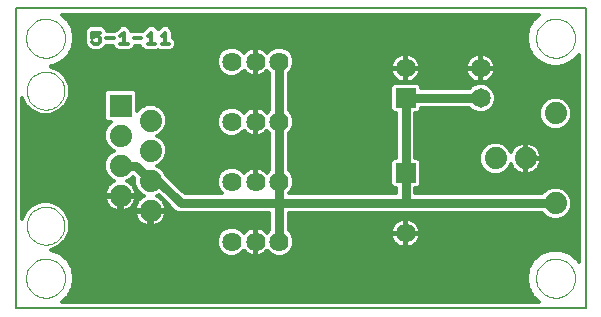
<source format=gtl>
G75*
G70*
%OFA0B0*%
%FSLAX24Y24*%
%IPPOS*%
%LPD*%
%AMOC8*
5,1,8,0,0,1.08239X$1,22.5*
%
%ADD10C,0.0080*%
%ADD11C,0.0130*%
%ADD12C,0.0740*%
%ADD13R,0.0740X0.0740*%
%ADD14C,0.0000*%
%ADD15C,0.0640*%
%ADD16C,0.0650*%
%ADD17R,0.0650X0.0650*%
%ADD18C,0.0120*%
%ADD19C,0.0300*%
D10*
X003392Y000225D02*
X022392Y000225D01*
X022392Y010225D01*
X003392Y010225D01*
X003392Y000225D01*
D11*
X006019Y009040D02*
X005957Y009102D01*
X006019Y009040D02*
X006142Y009040D01*
X006204Y009102D01*
X006204Y009225D01*
X006142Y009287D01*
X006080Y009287D01*
X005957Y009225D01*
X005957Y009410D01*
X006204Y009410D01*
X006417Y009225D02*
X006664Y009225D01*
X006878Y009287D02*
X007001Y009410D01*
X007001Y009040D01*
X006878Y009040D02*
X007125Y009040D01*
X007338Y009225D02*
X007585Y009225D01*
X007799Y009287D02*
X007922Y009410D01*
X007922Y009040D01*
X007799Y009040D02*
X008045Y009040D01*
X008259Y009040D02*
X008506Y009040D01*
X008382Y009040D02*
X008382Y009410D01*
X008259Y009287D01*
D12*
X007892Y006475D03*
X006892Y005975D03*
X007892Y005475D03*
X006892Y004975D03*
X007892Y004475D03*
X006892Y003975D03*
X007892Y003475D03*
X019392Y005225D03*
X020392Y005225D03*
X021392Y006725D03*
X021392Y003725D03*
D13*
X006892Y006975D03*
D14*
X003762Y007475D02*
X003764Y007525D01*
X003770Y007575D01*
X003780Y007624D01*
X003794Y007672D01*
X003811Y007719D01*
X003832Y007764D01*
X003857Y007808D01*
X003885Y007849D01*
X003917Y007888D01*
X003951Y007925D01*
X003988Y007959D01*
X004028Y007989D01*
X004070Y008016D01*
X004114Y008040D01*
X004160Y008061D01*
X004207Y008077D01*
X004255Y008090D01*
X004305Y008099D01*
X004354Y008104D01*
X004405Y008105D01*
X004455Y008102D01*
X004504Y008095D01*
X004553Y008084D01*
X004601Y008069D01*
X004647Y008051D01*
X004692Y008029D01*
X004735Y008003D01*
X004776Y007974D01*
X004815Y007942D01*
X004851Y007907D01*
X004883Y007869D01*
X004913Y007829D01*
X004940Y007786D01*
X004963Y007742D01*
X004982Y007696D01*
X004998Y007648D01*
X005010Y007599D01*
X005018Y007550D01*
X005022Y007500D01*
X005022Y007450D01*
X005018Y007400D01*
X005010Y007351D01*
X004998Y007302D01*
X004982Y007254D01*
X004963Y007208D01*
X004940Y007164D01*
X004913Y007121D01*
X004883Y007081D01*
X004851Y007043D01*
X004815Y007008D01*
X004776Y006976D01*
X004735Y006947D01*
X004692Y006921D01*
X004647Y006899D01*
X004601Y006881D01*
X004553Y006866D01*
X004504Y006855D01*
X004455Y006848D01*
X004405Y006845D01*
X004354Y006846D01*
X004305Y006851D01*
X004255Y006860D01*
X004207Y006873D01*
X004160Y006889D01*
X004114Y006910D01*
X004070Y006934D01*
X004028Y006961D01*
X003988Y006991D01*
X003951Y007025D01*
X003917Y007062D01*
X003885Y007101D01*
X003857Y007142D01*
X003832Y007186D01*
X003811Y007231D01*
X003794Y007278D01*
X003780Y007326D01*
X003770Y007375D01*
X003764Y007425D01*
X003762Y007475D01*
X003742Y009225D02*
X003744Y009275D01*
X003750Y009325D01*
X003760Y009375D01*
X003773Y009423D01*
X003790Y009471D01*
X003811Y009517D01*
X003835Y009561D01*
X003863Y009603D01*
X003894Y009643D01*
X003928Y009680D01*
X003965Y009715D01*
X004004Y009746D01*
X004045Y009775D01*
X004089Y009800D01*
X004135Y009822D01*
X004182Y009840D01*
X004230Y009854D01*
X004279Y009865D01*
X004329Y009872D01*
X004379Y009875D01*
X004430Y009874D01*
X004480Y009869D01*
X004530Y009860D01*
X004578Y009848D01*
X004626Y009831D01*
X004672Y009811D01*
X004717Y009788D01*
X004760Y009761D01*
X004800Y009731D01*
X004838Y009698D01*
X004873Y009662D01*
X004906Y009623D01*
X004935Y009582D01*
X004961Y009539D01*
X004984Y009494D01*
X005003Y009447D01*
X005018Y009399D01*
X005030Y009350D01*
X005038Y009300D01*
X005042Y009250D01*
X005042Y009200D01*
X005038Y009150D01*
X005030Y009100D01*
X005018Y009051D01*
X005003Y009003D01*
X004984Y008956D01*
X004961Y008911D01*
X004935Y008868D01*
X004906Y008827D01*
X004873Y008788D01*
X004838Y008752D01*
X004800Y008719D01*
X004760Y008689D01*
X004717Y008662D01*
X004672Y008639D01*
X004626Y008619D01*
X004578Y008602D01*
X004530Y008590D01*
X004480Y008581D01*
X004430Y008576D01*
X004379Y008575D01*
X004329Y008578D01*
X004279Y008585D01*
X004230Y008596D01*
X004182Y008610D01*
X004135Y008628D01*
X004089Y008650D01*
X004045Y008675D01*
X004004Y008704D01*
X003965Y008735D01*
X003928Y008770D01*
X003894Y008807D01*
X003863Y008847D01*
X003835Y008889D01*
X003811Y008933D01*
X003790Y008979D01*
X003773Y009027D01*
X003760Y009075D01*
X003750Y009125D01*
X003744Y009175D01*
X003742Y009225D01*
X003762Y002975D02*
X003764Y003025D01*
X003770Y003075D01*
X003780Y003124D01*
X003794Y003172D01*
X003811Y003219D01*
X003832Y003264D01*
X003857Y003308D01*
X003885Y003349D01*
X003917Y003388D01*
X003951Y003425D01*
X003988Y003459D01*
X004028Y003489D01*
X004070Y003516D01*
X004114Y003540D01*
X004160Y003561D01*
X004207Y003577D01*
X004255Y003590D01*
X004305Y003599D01*
X004354Y003604D01*
X004405Y003605D01*
X004455Y003602D01*
X004504Y003595D01*
X004553Y003584D01*
X004601Y003569D01*
X004647Y003551D01*
X004692Y003529D01*
X004735Y003503D01*
X004776Y003474D01*
X004815Y003442D01*
X004851Y003407D01*
X004883Y003369D01*
X004913Y003329D01*
X004940Y003286D01*
X004963Y003242D01*
X004982Y003196D01*
X004998Y003148D01*
X005010Y003099D01*
X005018Y003050D01*
X005022Y003000D01*
X005022Y002950D01*
X005018Y002900D01*
X005010Y002851D01*
X004998Y002802D01*
X004982Y002754D01*
X004963Y002708D01*
X004940Y002664D01*
X004913Y002621D01*
X004883Y002581D01*
X004851Y002543D01*
X004815Y002508D01*
X004776Y002476D01*
X004735Y002447D01*
X004692Y002421D01*
X004647Y002399D01*
X004601Y002381D01*
X004553Y002366D01*
X004504Y002355D01*
X004455Y002348D01*
X004405Y002345D01*
X004354Y002346D01*
X004305Y002351D01*
X004255Y002360D01*
X004207Y002373D01*
X004160Y002389D01*
X004114Y002410D01*
X004070Y002434D01*
X004028Y002461D01*
X003988Y002491D01*
X003951Y002525D01*
X003917Y002562D01*
X003885Y002601D01*
X003857Y002642D01*
X003832Y002686D01*
X003811Y002731D01*
X003794Y002778D01*
X003780Y002826D01*
X003770Y002875D01*
X003764Y002925D01*
X003762Y002975D01*
X003742Y001225D02*
X003744Y001275D01*
X003750Y001325D01*
X003760Y001375D01*
X003773Y001423D01*
X003790Y001471D01*
X003811Y001517D01*
X003835Y001561D01*
X003863Y001603D01*
X003894Y001643D01*
X003928Y001680D01*
X003965Y001715D01*
X004004Y001746D01*
X004045Y001775D01*
X004089Y001800D01*
X004135Y001822D01*
X004182Y001840D01*
X004230Y001854D01*
X004279Y001865D01*
X004329Y001872D01*
X004379Y001875D01*
X004430Y001874D01*
X004480Y001869D01*
X004530Y001860D01*
X004578Y001848D01*
X004626Y001831D01*
X004672Y001811D01*
X004717Y001788D01*
X004760Y001761D01*
X004800Y001731D01*
X004838Y001698D01*
X004873Y001662D01*
X004906Y001623D01*
X004935Y001582D01*
X004961Y001539D01*
X004984Y001494D01*
X005003Y001447D01*
X005018Y001399D01*
X005030Y001350D01*
X005038Y001300D01*
X005042Y001250D01*
X005042Y001200D01*
X005038Y001150D01*
X005030Y001100D01*
X005018Y001051D01*
X005003Y001003D01*
X004984Y000956D01*
X004961Y000911D01*
X004935Y000868D01*
X004906Y000827D01*
X004873Y000788D01*
X004838Y000752D01*
X004800Y000719D01*
X004760Y000689D01*
X004717Y000662D01*
X004672Y000639D01*
X004626Y000619D01*
X004578Y000602D01*
X004530Y000590D01*
X004480Y000581D01*
X004430Y000576D01*
X004379Y000575D01*
X004329Y000578D01*
X004279Y000585D01*
X004230Y000596D01*
X004182Y000610D01*
X004135Y000628D01*
X004089Y000650D01*
X004045Y000675D01*
X004004Y000704D01*
X003965Y000735D01*
X003928Y000770D01*
X003894Y000807D01*
X003863Y000847D01*
X003835Y000889D01*
X003811Y000933D01*
X003790Y000979D01*
X003773Y001027D01*
X003760Y001075D01*
X003750Y001125D01*
X003744Y001175D01*
X003742Y001225D01*
X020742Y001225D02*
X020744Y001275D01*
X020750Y001325D01*
X020760Y001375D01*
X020773Y001423D01*
X020790Y001471D01*
X020811Y001517D01*
X020835Y001561D01*
X020863Y001603D01*
X020894Y001643D01*
X020928Y001680D01*
X020965Y001715D01*
X021004Y001746D01*
X021045Y001775D01*
X021089Y001800D01*
X021135Y001822D01*
X021182Y001840D01*
X021230Y001854D01*
X021279Y001865D01*
X021329Y001872D01*
X021379Y001875D01*
X021430Y001874D01*
X021480Y001869D01*
X021530Y001860D01*
X021578Y001848D01*
X021626Y001831D01*
X021672Y001811D01*
X021717Y001788D01*
X021760Y001761D01*
X021800Y001731D01*
X021838Y001698D01*
X021873Y001662D01*
X021906Y001623D01*
X021935Y001582D01*
X021961Y001539D01*
X021984Y001494D01*
X022003Y001447D01*
X022018Y001399D01*
X022030Y001350D01*
X022038Y001300D01*
X022042Y001250D01*
X022042Y001200D01*
X022038Y001150D01*
X022030Y001100D01*
X022018Y001051D01*
X022003Y001003D01*
X021984Y000956D01*
X021961Y000911D01*
X021935Y000868D01*
X021906Y000827D01*
X021873Y000788D01*
X021838Y000752D01*
X021800Y000719D01*
X021760Y000689D01*
X021717Y000662D01*
X021672Y000639D01*
X021626Y000619D01*
X021578Y000602D01*
X021530Y000590D01*
X021480Y000581D01*
X021430Y000576D01*
X021379Y000575D01*
X021329Y000578D01*
X021279Y000585D01*
X021230Y000596D01*
X021182Y000610D01*
X021135Y000628D01*
X021089Y000650D01*
X021045Y000675D01*
X021004Y000704D01*
X020965Y000735D01*
X020928Y000770D01*
X020894Y000807D01*
X020863Y000847D01*
X020835Y000889D01*
X020811Y000933D01*
X020790Y000979D01*
X020773Y001027D01*
X020760Y001075D01*
X020750Y001125D01*
X020744Y001175D01*
X020742Y001225D01*
X020742Y009225D02*
X020744Y009275D01*
X020750Y009325D01*
X020760Y009375D01*
X020773Y009423D01*
X020790Y009471D01*
X020811Y009517D01*
X020835Y009561D01*
X020863Y009603D01*
X020894Y009643D01*
X020928Y009680D01*
X020965Y009715D01*
X021004Y009746D01*
X021045Y009775D01*
X021089Y009800D01*
X021135Y009822D01*
X021182Y009840D01*
X021230Y009854D01*
X021279Y009865D01*
X021329Y009872D01*
X021379Y009875D01*
X021430Y009874D01*
X021480Y009869D01*
X021530Y009860D01*
X021578Y009848D01*
X021626Y009831D01*
X021672Y009811D01*
X021717Y009788D01*
X021760Y009761D01*
X021800Y009731D01*
X021838Y009698D01*
X021873Y009662D01*
X021906Y009623D01*
X021935Y009582D01*
X021961Y009539D01*
X021984Y009494D01*
X022003Y009447D01*
X022018Y009399D01*
X022030Y009350D01*
X022038Y009300D01*
X022042Y009250D01*
X022042Y009200D01*
X022038Y009150D01*
X022030Y009100D01*
X022018Y009051D01*
X022003Y009003D01*
X021984Y008956D01*
X021961Y008911D01*
X021935Y008868D01*
X021906Y008827D01*
X021873Y008788D01*
X021838Y008752D01*
X021800Y008719D01*
X021760Y008689D01*
X021717Y008662D01*
X021672Y008639D01*
X021626Y008619D01*
X021578Y008602D01*
X021530Y008590D01*
X021480Y008581D01*
X021430Y008576D01*
X021379Y008575D01*
X021329Y008578D01*
X021279Y008585D01*
X021230Y008596D01*
X021182Y008610D01*
X021135Y008628D01*
X021089Y008650D01*
X021045Y008675D01*
X021004Y008704D01*
X020965Y008735D01*
X020928Y008770D01*
X020894Y008807D01*
X020863Y008847D01*
X020835Y008889D01*
X020811Y008933D01*
X020790Y008979D01*
X020773Y009027D01*
X020760Y009075D01*
X020750Y009125D01*
X020744Y009175D01*
X020742Y009225D01*
D15*
X012179Y008442D03*
X011392Y008442D03*
X010605Y008442D03*
X010605Y006442D03*
X011392Y006442D03*
X012179Y006442D03*
X012179Y004442D03*
X011392Y004442D03*
X010605Y004442D03*
X010605Y002442D03*
X011392Y002442D03*
X012179Y002442D03*
D16*
X016392Y002725D03*
X018892Y007225D03*
X018892Y008225D03*
X016392Y008225D03*
D17*
X016392Y007225D03*
X016392Y004725D03*
D18*
X016897Y004728D02*
X019155Y004728D01*
X019080Y004759D02*
X019283Y004675D01*
X019501Y004675D01*
X019704Y004759D01*
X019858Y004913D01*
X019902Y005019D01*
X019939Y004947D01*
X019988Y004880D01*
X020047Y004821D01*
X020114Y004772D01*
X020189Y004734D01*
X020268Y004708D01*
X020350Y004695D01*
X020372Y004695D01*
X020372Y005205D01*
X020412Y005205D01*
X020412Y005245D01*
X020922Y005245D01*
X020922Y005267D01*
X020909Y005349D01*
X020883Y005428D01*
X020845Y005503D01*
X020796Y005570D01*
X020737Y005629D01*
X020670Y005678D01*
X020595Y005716D01*
X020516Y005742D01*
X020434Y005755D01*
X020412Y005755D01*
X020412Y005245D01*
X020372Y005245D01*
X020372Y005755D01*
X020350Y005755D01*
X020268Y005742D01*
X020189Y005716D01*
X020114Y005678D01*
X020047Y005629D01*
X019988Y005570D01*
X019939Y005503D01*
X019902Y005431D01*
X019858Y005537D01*
X019704Y005691D01*
X019501Y005775D01*
X019283Y005775D01*
X019080Y005691D01*
X018926Y005537D01*
X018842Y005334D01*
X018842Y005116D01*
X018926Y004913D01*
X019080Y004759D01*
X018993Y004847D02*
X016897Y004847D01*
X016897Y004965D02*
X018904Y004965D01*
X018855Y005084D02*
X016897Y005084D01*
X016897Y005125D02*
X016792Y005230D01*
X016722Y005230D01*
X016722Y006720D01*
X016792Y006720D01*
X016897Y006825D01*
X016897Y006895D01*
X018508Y006895D01*
X018606Y006797D01*
X018792Y006720D01*
X018992Y006720D01*
X019178Y006797D01*
X019320Y006939D01*
X019397Y007125D01*
X019397Y007325D01*
X019320Y007511D01*
X019178Y007653D01*
X018992Y007730D01*
X018792Y007730D01*
X018606Y007653D01*
X018508Y007555D01*
X016897Y007555D01*
X016897Y007625D01*
X016792Y007730D01*
X015992Y007730D01*
X015887Y007625D01*
X015887Y006825D01*
X015992Y006720D01*
X016062Y006720D01*
X016062Y005230D01*
X015992Y005230D01*
X015887Y005125D01*
X015887Y004325D01*
X015992Y004220D01*
X016062Y004220D01*
X016062Y004055D01*
X012509Y004055D01*
X012509Y004064D01*
X012603Y004158D01*
X012679Y004342D01*
X012679Y004541D01*
X012603Y004725D01*
X012509Y004819D01*
X012509Y006064D01*
X012603Y006158D01*
X012679Y006342D01*
X012679Y006541D01*
X012603Y006725D01*
X012509Y006819D01*
X012509Y008064D01*
X012603Y008158D01*
X012679Y008342D01*
X012679Y008541D01*
X012603Y008725D01*
X012463Y008865D01*
X012279Y008942D01*
X012080Y008942D01*
X011896Y008865D01*
X011769Y008739D01*
X011758Y008754D01*
X011705Y008808D01*
X011644Y008852D01*
X011576Y008886D01*
X011504Y008910D01*
X011430Y008922D01*
X011401Y008922D01*
X011401Y008450D01*
X011383Y008450D01*
X011383Y008922D01*
X011354Y008922D01*
X011280Y008910D01*
X011208Y008886D01*
X011140Y008852D01*
X011079Y008808D01*
X011026Y008754D01*
X011015Y008739D01*
X010888Y008865D01*
X010704Y008942D01*
X010505Y008942D01*
X010321Y008865D01*
X010181Y008725D01*
X010105Y008541D01*
X010105Y008342D01*
X010181Y008158D01*
X010321Y008018D01*
X010505Y007942D01*
X010704Y007942D01*
X010888Y008018D01*
X011015Y008144D01*
X011026Y008129D01*
X011079Y008075D01*
X011140Y008031D01*
X011208Y007997D01*
X011280Y007973D01*
X011354Y007962D01*
X011383Y007962D01*
X011383Y008433D01*
X011401Y008433D01*
X011401Y007962D01*
X011430Y007962D01*
X011504Y007973D01*
X011576Y007997D01*
X011644Y008031D01*
X011705Y008075D01*
X011758Y008129D01*
X011769Y008144D01*
X011849Y008064D01*
X011849Y006819D01*
X011769Y006739D01*
X011758Y006754D01*
X011705Y006808D01*
X011644Y006852D01*
X011576Y006886D01*
X011504Y006910D01*
X011430Y006922D01*
X011401Y006922D01*
X011401Y006450D01*
X011383Y006450D01*
X011383Y006922D01*
X011354Y006922D01*
X011280Y006910D01*
X011208Y006886D01*
X011140Y006852D01*
X011079Y006808D01*
X011026Y006754D01*
X011015Y006739D01*
X010888Y006865D01*
X010704Y006942D01*
X010505Y006942D01*
X010321Y006865D01*
X010181Y006725D01*
X010105Y006541D01*
X010105Y006342D01*
X010181Y006158D01*
X010321Y006018D01*
X010505Y005942D01*
X010704Y005942D01*
X010888Y006018D01*
X011015Y006144D01*
X011026Y006129D01*
X011079Y006075D01*
X011140Y006031D01*
X011208Y005997D01*
X011280Y005973D01*
X011354Y005962D01*
X011383Y005962D01*
X011383Y006433D01*
X011401Y006433D01*
X011401Y005962D01*
X011430Y005962D01*
X011504Y005973D01*
X011576Y005997D01*
X011644Y006031D01*
X011705Y006075D01*
X011758Y006129D01*
X011769Y006144D01*
X011849Y006064D01*
X011849Y004819D01*
X011769Y004739D01*
X011758Y004754D01*
X011705Y004808D01*
X011644Y004852D01*
X011576Y004886D01*
X011504Y004910D01*
X011430Y004922D01*
X011401Y004922D01*
X011401Y004450D01*
X011383Y004450D01*
X011383Y004922D01*
X011354Y004922D01*
X011280Y004910D01*
X011208Y004886D01*
X011140Y004852D01*
X011079Y004808D01*
X011026Y004754D01*
X011015Y004739D01*
X010888Y004865D01*
X010704Y004942D01*
X010505Y004942D01*
X010321Y004865D01*
X010181Y004725D01*
X010105Y004541D01*
X010105Y004342D01*
X010181Y004158D01*
X010284Y004055D01*
X009029Y004055D01*
X008401Y004682D01*
X008358Y004787D01*
X008204Y004941D01*
X008122Y004975D01*
X008204Y005009D01*
X008358Y005163D01*
X008442Y005366D01*
X008442Y005584D01*
X008358Y005787D01*
X008204Y005941D01*
X008122Y005975D01*
X008204Y006009D01*
X008358Y006163D01*
X008442Y006366D01*
X008442Y006584D01*
X008358Y006787D01*
X008204Y006941D01*
X008001Y007025D01*
X007783Y007025D01*
X007580Y006941D01*
X007442Y006803D01*
X007442Y007420D01*
X007337Y007525D01*
X006447Y007525D01*
X006342Y007420D01*
X006342Y006530D01*
X006447Y006425D01*
X006564Y006425D01*
X006426Y006287D01*
X006342Y006084D01*
X006342Y005866D01*
X006426Y005663D01*
X006580Y005509D01*
X006662Y005475D01*
X006580Y005441D01*
X006426Y005287D01*
X006342Y005084D01*
X006342Y004866D01*
X006426Y004663D01*
X006580Y004509D01*
X006686Y004465D01*
X006614Y004428D01*
X006547Y004379D01*
X006488Y004320D01*
X006439Y004253D01*
X006401Y004178D01*
X006375Y004099D01*
X006362Y004017D01*
X003612Y004017D01*
X003612Y003899D02*
X006367Y003899D01*
X006362Y003933D02*
X006375Y003851D01*
X006401Y003772D01*
X006439Y003697D01*
X006488Y003630D01*
X006547Y003571D01*
X006614Y003522D01*
X006689Y003484D01*
X006768Y003458D01*
X006850Y003445D01*
X006854Y003445D01*
X006854Y003937D01*
X006930Y003937D01*
X006930Y004013D01*
X007422Y004013D01*
X007422Y004017D01*
X007572Y004017D01*
X007580Y004009D02*
X007686Y003965D01*
X007614Y003928D01*
X007547Y003879D01*
X007488Y003820D01*
X007439Y003753D01*
X007401Y003678D01*
X007375Y003599D01*
X007362Y003517D01*
X007362Y003513D01*
X007854Y003513D01*
X007854Y003437D01*
X007930Y003437D01*
X007930Y003513D01*
X008422Y003513D01*
X008422Y003517D01*
X008409Y003599D01*
X008383Y003678D01*
X008345Y003753D01*
X008296Y003820D01*
X008237Y003879D01*
X008170Y003928D01*
X008098Y003965D01*
X008160Y003991D01*
X008612Y003538D01*
X008705Y003445D01*
X008826Y003395D01*
X011849Y003395D01*
X011849Y002819D01*
X011769Y002739D01*
X011758Y002754D01*
X011705Y002808D01*
X011644Y002852D01*
X011576Y002886D01*
X011504Y002910D01*
X011430Y002922D01*
X011401Y002922D01*
X011401Y002450D01*
X011383Y002450D01*
X011383Y002922D01*
X011354Y002922D01*
X011280Y002910D01*
X011208Y002886D01*
X011140Y002852D01*
X011079Y002808D01*
X011026Y002754D01*
X011015Y002739D01*
X010888Y002865D01*
X010704Y002942D01*
X010505Y002942D01*
X010321Y002865D01*
X010181Y002725D01*
X010105Y002541D01*
X010105Y002342D01*
X010181Y002158D01*
X010321Y002018D01*
X010505Y001942D01*
X010704Y001942D01*
X010888Y002018D01*
X011015Y002144D01*
X011026Y002129D01*
X011079Y002075D01*
X011140Y002031D01*
X011208Y001997D01*
X011280Y001973D01*
X011354Y001962D01*
X011383Y001962D01*
X011383Y002433D01*
X011401Y002433D01*
X011401Y001962D01*
X011430Y001962D01*
X011504Y001973D01*
X011576Y001997D01*
X011644Y002031D01*
X011705Y002075D01*
X011758Y002129D01*
X011769Y002144D01*
X011896Y002018D01*
X012080Y001942D01*
X012279Y001942D01*
X012463Y002018D01*
X012603Y002158D01*
X012679Y002342D01*
X012679Y002541D01*
X012603Y002725D01*
X012509Y002819D01*
X012509Y003395D01*
X020944Y003395D01*
X021080Y003259D01*
X021283Y003175D01*
X021501Y003175D01*
X021704Y003259D01*
X021858Y003413D01*
X021942Y003616D01*
X021942Y003834D01*
X021858Y004037D01*
X021704Y004191D01*
X021501Y004275D01*
X021283Y004275D01*
X021080Y004191D01*
X020944Y004055D01*
X016722Y004055D01*
X016722Y004220D01*
X016792Y004220D01*
X016897Y004325D01*
X016897Y005125D01*
X016820Y005202D02*
X018842Y005202D01*
X018842Y005321D02*
X016722Y005321D01*
X016722Y005439D02*
X018885Y005439D01*
X018947Y005558D02*
X016722Y005558D01*
X016722Y005676D02*
X019065Y005676D01*
X019719Y005676D02*
X020111Y005676D01*
X019978Y005558D02*
X019837Y005558D01*
X019899Y005439D02*
X019906Y005439D01*
X020372Y005439D02*
X020412Y005439D01*
X020412Y005558D02*
X020372Y005558D01*
X020372Y005676D02*
X020412Y005676D01*
X020673Y005676D02*
X022172Y005676D01*
X022172Y005558D02*
X020806Y005558D01*
X020878Y005439D02*
X022172Y005439D01*
X022172Y005321D02*
X020913Y005321D01*
X020922Y005205D02*
X020412Y005205D01*
X020412Y004695D01*
X020434Y004695D01*
X020516Y004708D01*
X020595Y004734D01*
X020670Y004772D01*
X020737Y004821D01*
X020796Y004880D01*
X020845Y004947D01*
X020883Y005022D01*
X020909Y005101D01*
X020922Y005183D01*
X020922Y005205D01*
X020922Y005202D02*
X022172Y005202D01*
X022172Y005084D02*
X020903Y005084D01*
X020854Y004965D02*
X022172Y004965D01*
X022172Y004847D02*
X020763Y004847D01*
X020578Y004728D02*
X022172Y004728D01*
X022172Y004610D02*
X016897Y004610D01*
X016897Y004491D02*
X022172Y004491D01*
X022172Y004373D02*
X016897Y004373D01*
X016826Y004254D02*
X021232Y004254D01*
X021025Y004136D02*
X016722Y004136D01*
X016062Y004136D02*
X012580Y004136D01*
X012643Y004254D02*
X015958Y004254D01*
X015887Y004373D02*
X012679Y004373D01*
X012679Y004491D02*
X015887Y004491D01*
X015887Y004610D02*
X012651Y004610D01*
X012600Y004728D02*
X015887Y004728D01*
X015887Y004847D02*
X012509Y004847D01*
X012509Y004965D02*
X015887Y004965D01*
X015887Y005084D02*
X012509Y005084D01*
X012509Y005202D02*
X015964Y005202D01*
X016062Y005321D02*
X012509Y005321D01*
X012509Y005439D02*
X016062Y005439D01*
X016062Y005558D02*
X012509Y005558D01*
X012509Y005676D02*
X016062Y005676D01*
X016062Y005795D02*
X012509Y005795D01*
X012509Y005913D02*
X016062Y005913D01*
X016062Y006032D02*
X012509Y006032D01*
X012595Y006150D02*
X016062Y006150D01*
X016062Y006269D02*
X012649Y006269D01*
X012679Y006387D02*
X016062Y006387D01*
X016062Y006506D02*
X012679Y006506D01*
X012645Y006624D02*
X016062Y006624D01*
X015970Y006743D02*
X012585Y006743D01*
X012509Y006861D02*
X015887Y006861D01*
X015887Y006980D02*
X012509Y006980D01*
X012509Y007098D02*
X015887Y007098D01*
X015887Y007217D02*
X012509Y007217D01*
X012509Y007335D02*
X015887Y007335D01*
X015887Y007454D02*
X012509Y007454D01*
X012509Y007572D02*
X015887Y007572D01*
X015953Y007691D02*
X012509Y007691D01*
X012509Y007809D02*
X016140Y007809D01*
X016138Y007810D02*
X016206Y007776D01*
X016278Y007752D01*
X016354Y007740D01*
X016383Y007740D01*
X016383Y008216D01*
X016401Y008216D01*
X016401Y008234D01*
X016877Y008234D01*
X016877Y008263D01*
X016865Y008339D01*
X016841Y008411D01*
X016807Y008479D01*
X016762Y008541D01*
X016708Y008595D01*
X016646Y008640D01*
X016578Y008674D01*
X016506Y008698D01*
X016430Y008710D01*
X016401Y008710D01*
X016401Y008234D01*
X016383Y008234D01*
X016383Y008710D01*
X016354Y008710D01*
X016278Y008698D01*
X016206Y008674D01*
X016138Y008640D01*
X016076Y008595D01*
X016022Y008541D01*
X015977Y008479D01*
X015943Y008411D01*
X015919Y008339D01*
X015907Y008263D01*
X015907Y008234D01*
X016383Y008234D01*
X016383Y008216D01*
X015907Y008216D01*
X015907Y008187D01*
X015919Y008111D01*
X015943Y008039D01*
X015977Y007971D01*
X016022Y007909D01*
X016076Y007855D01*
X016138Y007810D01*
X016009Y007928D02*
X012509Y007928D01*
X012509Y008046D02*
X015940Y008046D01*
X015911Y008165D02*
X012606Y008165D01*
X012655Y008283D02*
X015910Y008283D01*
X015939Y008402D02*
X012679Y008402D01*
X012679Y008520D02*
X016007Y008520D01*
X016136Y008639D02*
X012639Y008639D01*
X012571Y008757D02*
X020565Y008757D01*
X020497Y008876D02*
X012438Y008876D01*
X011921Y008876D02*
X011598Y008876D01*
X011401Y008876D02*
X011383Y008876D01*
X011383Y008757D02*
X011401Y008757D01*
X011401Y008639D02*
X011383Y008639D01*
X011383Y008520D02*
X011401Y008520D01*
X011401Y008402D02*
X011383Y008402D01*
X011383Y008283D02*
X011401Y008283D01*
X011401Y008165D02*
X011383Y008165D01*
X011383Y008046D02*
X011401Y008046D01*
X011664Y008046D02*
X011849Y008046D01*
X011849Y007928D02*
X005081Y007928D01*
X005079Y007934D02*
X004851Y008162D01*
X004569Y008278D01*
X004874Y008390D01*
X004874Y008390D01*
X005131Y008605D01*
X005298Y008895D01*
X005357Y009225D01*
X005357Y009225D01*
X005298Y009555D01*
X005131Y009845D01*
X005131Y009845D01*
X004940Y010005D01*
X020844Y010005D01*
X020653Y009845D01*
X020485Y009555D01*
X020427Y009225D01*
X020485Y008895D01*
X020653Y008605D01*
X020653Y008605D01*
X020910Y008390D01*
X021224Y008275D01*
X021301Y008275D01*
X021559Y008275D01*
X021874Y008390D01*
X021874Y008390D01*
X022131Y008605D01*
X022172Y008676D01*
X022172Y001774D01*
X022131Y001845D01*
X022131Y001845D01*
X021874Y002060D01*
X021559Y002175D01*
X021224Y002175D01*
X020910Y002060D01*
X020653Y001845D01*
X020485Y001555D01*
X020485Y001555D01*
X020427Y001225D01*
X020485Y000895D01*
X020653Y000605D01*
X020653Y000605D01*
X020844Y000445D01*
X004940Y000445D01*
X005131Y000605D01*
X005298Y000895D01*
X005357Y001225D01*
X005298Y001555D01*
X005131Y001845D01*
X005131Y001845D01*
X004874Y002060D01*
X004569Y002172D01*
X004851Y002288D01*
X005079Y002516D01*
X005202Y002814D01*
X005202Y003136D01*
X005079Y003434D01*
X004851Y003662D01*
X004553Y003785D01*
X004231Y003785D01*
X003933Y003662D01*
X003705Y003434D01*
X003612Y003208D01*
X003612Y007242D01*
X003705Y007016D01*
X003933Y006788D01*
X004231Y006665D01*
X004553Y006665D01*
X004851Y006788D01*
X005079Y007016D01*
X005202Y007314D01*
X005202Y007636D01*
X005079Y007934D01*
X005130Y007809D02*
X011849Y007809D01*
X011849Y007691D02*
X005179Y007691D01*
X005202Y007572D02*
X011849Y007572D01*
X011849Y007454D02*
X007408Y007454D01*
X007442Y007335D02*
X011849Y007335D01*
X011849Y007217D02*
X007442Y007217D01*
X007442Y007098D02*
X011849Y007098D01*
X011849Y006980D02*
X008111Y006980D01*
X008284Y006861D02*
X010317Y006861D01*
X010198Y006743D02*
X008376Y006743D01*
X008426Y006624D02*
X010139Y006624D01*
X010105Y006506D02*
X008442Y006506D01*
X008442Y006387D02*
X010105Y006387D01*
X010135Y006269D02*
X008402Y006269D01*
X008345Y006150D02*
X010189Y006150D01*
X010307Y006032D02*
X008226Y006032D01*
X008232Y005913D02*
X011849Y005913D01*
X011849Y005795D02*
X008350Y005795D01*
X008404Y005676D02*
X011849Y005676D01*
X011849Y005558D02*
X008442Y005558D01*
X008442Y005439D02*
X011849Y005439D01*
X011849Y005321D02*
X008423Y005321D01*
X008374Y005202D02*
X011849Y005202D01*
X011849Y005084D02*
X008278Y005084D01*
X008146Y004965D02*
X011849Y004965D01*
X011849Y004847D02*
X011651Y004847D01*
X011401Y004847D02*
X011383Y004847D01*
X011383Y004728D02*
X011401Y004728D01*
X011401Y004610D02*
X011383Y004610D01*
X011383Y004491D02*
X011401Y004491D01*
X011133Y004847D02*
X010907Y004847D01*
X010302Y004847D02*
X008298Y004847D01*
X008382Y004728D02*
X010184Y004728D01*
X010133Y004610D02*
X008474Y004610D01*
X008593Y004491D02*
X010105Y004491D01*
X010105Y004373D02*
X008711Y004373D01*
X008830Y004254D02*
X010141Y004254D01*
X010203Y004136D02*
X008948Y004136D01*
X008370Y003780D02*
X008325Y003780D01*
X008389Y003662D02*
X008489Y003662D01*
X008418Y003543D02*
X008607Y003543D01*
X008755Y003425D02*
X008421Y003425D01*
X008422Y003433D02*
X008422Y003437D01*
X007930Y003437D01*
X007930Y002945D01*
X007934Y002945D01*
X008016Y002958D01*
X008095Y002984D01*
X008170Y003022D01*
X008237Y003071D01*
X008296Y003130D01*
X008345Y003197D01*
X008383Y003272D01*
X008409Y003351D01*
X008422Y003433D01*
X008394Y003306D02*
X011849Y003306D01*
X011849Y003188D02*
X008338Y003188D01*
X008235Y003069D02*
X011849Y003069D01*
X011849Y002951D02*
X007968Y002951D01*
X007930Y002951D02*
X007854Y002951D01*
X007854Y002945D02*
X007854Y003437D01*
X007362Y003437D01*
X007362Y003433D01*
X007375Y003351D01*
X007401Y003272D01*
X007439Y003197D01*
X007488Y003130D01*
X007547Y003071D01*
X007614Y003022D01*
X007689Y002984D01*
X007768Y002958D01*
X007850Y002945D01*
X007854Y002945D01*
X007815Y002951D02*
X005202Y002951D01*
X005202Y003069D02*
X007549Y003069D01*
X007446Y003188D02*
X005181Y003188D01*
X005132Y003306D02*
X007390Y003306D01*
X007363Y003425D02*
X005082Y003425D01*
X004969Y003543D02*
X006585Y003543D01*
X006854Y003543D02*
X006930Y003543D01*
X006930Y003445D02*
X006934Y003445D01*
X007016Y003458D01*
X007095Y003484D01*
X007170Y003522D01*
X007237Y003571D01*
X007296Y003630D01*
X007345Y003697D01*
X007383Y003772D01*
X007409Y003851D01*
X007422Y003933D01*
X007422Y003937D01*
X006930Y003937D01*
X006930Y003445D01*
X007199Y003543D02*
X007366Y003543D01*
X007395Y003662D02*
X007319Y003662D01*
X007386Y003780D02*
X007458Y003780D01*
X007416Y003899D02*
X007573Y003899D01*
X007580Y004009D02*
X007426Y004163D01*
X007342Y004366D01*
X007342Y004558D01*
X007298Y004603D01*
X007204Y004509D01*
X007098Y004465D01*
X007170Y004428D01*
X007237Y004379D01*
X007296Y004320D01*
X007345Y004253D01*
X007383Y004178D01*
X007409Y004099D01*
X007422Y004017D01*
X007397Y004136D02*
X007454Y004136D01*
X007388Y004254D02*
X007344Y004254D01*
X007342Y004373D02*
X007244Y004373D01*
X007161Y004491D02*
X007342Y004491D01*
X006623Y004491D02*
X003612Y004491D01*
X003612Y004373D02*
X006540Y004373D01*
X006440Y004254D02*
X003612Y004254D01*
X003612Y004136D02*
X006387Y004136D01*
X006362Y004017D02*
X006362Y004013D01*
X006854Y004013D01*
X006854Y003937D01*
X006362Y003937D01*
X006362Y003933D01*
X006398Y003780D02*
X004565Y003780D01*
X004851Y003662D02*
X006465Y003662D01*
X006854Y003662D02*
X006930Y003662D01*
X006930Y003780D02*
X006854Y003780D01*
X006854Y003899D02*
X006930Y003899D01*
X007854Y003425D02*
X007930Y003425D01*
X007930Y003306D02*
X007854Y003306D01*
X007854Y003188D02*
X007930Y003188D01*
X007930Y003069D02*
X007854Y003069D01*
X008211Y003899D02*
X008252Y003899D01*
X006480Y004610D02*
X003612Y004610D01*
X003612Y004728D02*
X006399Y004728D01*
X006350Y004847D02*
X003612Y004847D01*
X003612Y004965D02*
X006342Y004965D01*
X006342Y005084D02*
X003612Y005084D01*
X003612Y005202D02*
X006391Y005202D01*
X006460Y005321D02*
X003612Y005321D01*
X003612Y005439D02*
X006578Y005439D01*
X006532Y005558D02*
X003612Y005558D01*
X003612Y005676D02*
X006420Y005676D01*
X006371Y005795D02*
X003612Y005795D01*
X003612Y005913D02*
X006342Y005913D01*
X006342Y006032D02*
X003612Y006032D01*
X003612Y006150D02*
X006369Y006150D01*
X006418Y006269D02*
X003612Y006269D01*
X003612Y006387D02*
X006526Y006387D01*
X006367Y006506D02*
X003612Y006506D01*
X003612Y006624D02*
X006342Y006624D01*
X006342Y006743D02*
X004740Y006743D01*
X004923Y006861D02*
X006342Y006861D01*
X006342Y006980D02*
X005042Y006980D01*
X005112Y007098D02*
X006342Y007098D01*
X006342Y007217D02*
X005162Y007217D01*
X005202Y007335D02*
X006342Y007335D01*
X006376Y007454D02*
X005202Y007454D01*
X004966Y008046D02*
X010293Y008046D01*
X010178Y008165D02*
X004844Y008165D01*
X004582Y008283D02*
X010129Y008283D01*
X010105Y008402D02*
X004889Y008402D01*
X005030Y008520D02*
X010105Y008520D01*
X010145Y008639D02*
X005150Y008639D01*
X005131Y008605D02*
X005131Y008605D01*
X005131Y008605D01*
X005219Y008757D02*
X010213Y008757D01*
X010346Y008876D02*
X008688Y008876D01*
X008714Y008901D02*
X008645Y008832D01*
X008555Y008795D01*
X008210Y008795D01*
X008152Y008819D01*
X008094Y008795D01*
X007750Y008795D01*
X007660Y008832D01*
X007591Y008901D01*
X007558Y008980D01*
X007365Y008980D01*
X007332Y008901D01*
X007263Y008832D01*
X007173Y008795D01*
X006829Y008795D01*
X006739Y008832D01*
X006670Y008901D01*
X006637Y008980D01*
X006419Y008980D01*
X006412Y008963D01*
X006412Y008963D01*
X006411Y008962D01*
X006343Y008894D01*
X006343Y008894D01*
X006281Y008832D01*
X006281Y008832D01*
X006281Y008832D01*
X006267Y008826D01*
X006191Y008795D01*
X005970Y008795D01*
X005880Y008832D01*
X005749Y008963D01*
X005712Y009053D01*
X005712Y009150D01*
X005716Y009160D01*
X005715Y009168D01*
X005712Y009176D01*
X005712Y009216D01*
X005709Y009256D01*
X005712Y009265D01*
X005712Y009459D01*
X005749Y009549D01*
X005818Y009618D01*
X005908Y009655D01*
X006253Y009655D01*
X006343Y009618D01*
X006412Y009549D01*
X006444Y009470D01*
X006713Y009470D01*
X006714Y009470D01*
X006793Y009549D01*
X006862Y009618D01*
X006952Y009655D01*
X007050Y009655D01*
X007140Y009618D01*
X007209Y009549D01*
X007246Y009459D01*
X007246Y009452D01*
X007289Y009470D01*
X007634Y009470D01*
X007635Y009470D01*
X007714Y009549D01*
X007783Y009618D01*
X007873Y009655D01*
X007971Y009655D01*
X008061Y009618D01*
X008130Y009549D01*
X008143Y009517D01*
X008175Y009549D01*
X008244Y009618D01*
X008334Y009655D01*
X008431Y009655D01*
X008521Y009618D01*
X008590Y009549D01*
X008627Y009459D01*
X008627Y009255D01*
X008645Y009248D01*
X008714Y009179D01*
X008751Y009089D01*
X008751Y008991D01*
X008714Y008901D01*
X008751Y008994D02*
X020468Y008994D01*
X020447Y009113D02*
X008741Y009113D01*
X008661Y009231D02*
X020428Y009231D01*
X020449Y009350D02*
X008627Y009350D01*
X008624Y009468D02*
X020470Y009468D01*
X020504Y009587D02*
X008553Y009587D01*
X008212Y009587D02*
X008092Y009587D01*
X007752Y009587D02*
X007171Y009587D01*
X007242Y009468D02*
X007284Y009468D01*
X006831Y009587D02*
X006374Y009587D01*
X005787Y009587D02*
X005280Y009587D01*
X005314Y009468D02*
X005716Y009468D01*
X005712Y009350D02*
X005335Y009350D01*
X005356Y009231D02*
X005711Y009231D01*
X005712Y009113D02*
X005337Y009113D01*
X005316Y008994D02*
X005736Y008994D01*
X005837Y008876D02*
X005287Y008876D01*
X005298Y008895D02*
X005298Y008895D01*
X006324Y008876D02*
X006696Y008876D01*
X007307Y008876D02*
X007617Y008876D01*
X005212Y009705D02*
X020572Y009705D01*
X020641Y009824D02*
X005143Y009824D01*
X005015Y009942D02*
X020769Y009942D01*
X020653Y009845D02*
X020653Y009845D01*
X020653Y009845D01*
X019146Y008640D02*
X019078Y008674D01*
X019006Y008698D01*
X018930Y008710D01*
X018901Y008710D01*
X018901Y008234D01*
X019377Y008234D01*
X019377Y008263D01*
X019365Y008339D01*
X019341Y008411D01*
X019307Y008479D01*
X019262Y008541D01*
X019208Y008595D01*
X019146Y008640D01*
X019148Y008639D02*
X020634Y008639D01*
X020754Y008520D02*
X019277Y008520D01*
X019345Y008402D02*
X020895Y008402D01*
X020910Y008390D02*
X020910Y008390D01*
X021202Y008283D02*
X019374Y008283D01*
X019377Y008216D02*
X018901Y008216D01*
X018901Y008234D01*
X018883Y008234D01*
X018883Y008710D01*
X018854Y008710D01*
X018778Y008698D01*
X018706Y008674D01*
X018638Y008640D01*
X018576Y008595D01*
X018522Y008541D01*
X018477Y008479D01*
X018443Y008411D01*
X018419Y008339D01*
X018407Y008263D01*
X018407Y008234D01*
X018883Y008234D01*
X018883Y008216D01*
X018901Y008216D01*
X018901Y007740D01*
X018930Y007740D01*
X019006Y007752D01*
X019078Y007776D01*
X019146Y007810D01*
X019208Y007855D01*
X019262Y007909D01*
X019307Y007971D01*
X019341Y008039D01*
X019365Y008111D01*
X019377Y008187D01*
X019377Y008216D01*
X019373Y008165D02*
X022172Y008165D01*
X022172Y008283D02*
X021582Y008283D01*
X021889Y008402D02*
X022172Y008402D01*
X022172Y008520D02*
X022030Y008520D01*
X022131Y008605D02*
X022131Y008605D01*
X022131Y008605D01*
X022150Y008639D02*
X022172Y008639D01*
X022172Y008046D02*
X019344Y008046D01*
X019275Y007928D02*
X022172Y007928D01*
X022172Y007809D02*
X019144Y007809D01*
X019088Y007691D02*
X022172Y007691D01*
X022172Y007572D02*
X019259Y007572D01*
X019344Y007454D02*
X022172Y007454D01*
X022172Y007335D02*
X019393Y007335D01*
X019397Y007217D02*
X021141Y007217D01*
X021080Y007191D02*
X021283Y007275D01*
X021501Y007275D01*
X021704Y007191D01*
X021858Y007037D01*
X021942Y006834D01*
X021942Y006616D01*
X021858Y006413D01*
X021704Y006259D01*
X021501Y006175D01*
X021283Y006175D01*
X021080Y006259D01*
X020926Y006413D01*
X020842Y006616D01*
X020842Y006834D01*
X020926Y007037D01*
X021080Y007191D01*
X020987Y007098D02*
X019386Y007098D01*
X019337Y006980D02*
X020902Y006980D01*
X020853Y006861D02*
X019242Y006861D01*
X019047Y006743D02*
X020842Y006743D01*
X020842Y006624D02*
X016722Y006624D01*
X016722Y006506D02*
X020888Y006506D01*
X020952Y006387D02*
X016722Y006387D01*
X016722Y006269D02*
X021071Y006269D01*
X021713Y006269D02*
X022172Y006269D01*
X022172Y006150D02*
X016722Y006150D01*
X016722Y006032D02*
X022172Y006032D01*
X022172Y005913D02*
X016722Y005913D01*
X016722Y005795D02*
X022172Y005795D01*
X022172Y006387D02*
X021832Y006387D01*
X021896Y006506D02*
X022172Y006506D01*
X022172Y006624D02*
X021942Y006624D01*
X021942Y006743D02*
X022172Y006743D01*
X022172Y006861D02*
X021931Y006861D01*
X021882Y006980D02*
X022172Y006980D01*
X022172Y007098D02*
X021797Y007098D01*
X021643Y007217D02*
X022172Y007217D01*
X018901Y007809D02*
X018883Y007809D01*
X018883Y007740D02*
X018883Y008216D01*
X018407Y008216D01*
X018407Y008187D01*
X018419Y008111D01*
X018443Y008039D01*
X018477Y007971D01*
X018522Y007909D01*
X018576Y007855D01*
X018638Y007810D01*
X018706Y007776D01*
X018778Y007752D01*
X018854Y007740D01*
X018883Y007740D01*
X018883Y007928D02*
X018901Y007928D01*
X018901Y008046D02*
X018883Y008046D01*
X018883Y008165D02*
X018901Y008165D01*
X018901Y008283D02*
X018883Y008283D01*
X018883Y008402D02*
X018901Y008402D01*
X018901Y008520D02*
X018883Y008520D01*
X018883Y008639D02*
X018901Y008639D01*
X018636Y008639D02*
X016648Y008639D01*
X016777Y008520D02*
X018507Y008520D01*
X018439Y008402D02*
X016845Y008402D01*
X016874Y008283D02*
X018410Y008283D01*
X018411Y008165D02*
X016873Y008165D01*
X016877Y008187D02*
X016877Y008216D01*
X016401Y008216D01*
X016401Y007740D01*
X016430Y007740D01*
X016506Y007752D01*
X016578Y007776D01*
X016646Y007810D01*
X016708Y007855D01*
X016762Y007909D01*
X016807Y007971D01*
X016841Y008039D01*
X016865Y008111D01*
X016877Y008187D01*
X016844Y008046D02*
X018440Y008046D01*
X018509Y007928D02*
X016775Y007928D01*
X016644Y007809D02*
X018640Y007809D01*
X018696Y007691D02*
X016831Y007691D01*
X016897Y007572D02*
X018525Y007572D01*
X018542Y006861D02*
X016897Y006861D01*
X016814Y006743D02*
X018737Y006743D01*
X016401Y007809D02*
X016383Y007809D01*
X016383Y007928D02*
X016401Y007928D01*
X016401Y008046D02*
X016383Y008046D01*
X016383Y008165D02*
X016401Y008165D01*
X016401Y008283D02*
X016383Y008283D01*
X016383Y008402D02*
X016401Y008402D01*
X016401Y008520D02*
X016383Y008520D01*
X016383Y008639D02*
X016401Y008639D01*
X011849Y006861D02*
X011626Y006861D01*
X011767Y006743D02*
X011773Y006743D01*
X011401Y006743D02*
X011383Y006743D01*
X011383Y006861D02*
X011401Y006861D01*
X011158Y006861D02*
X010892Y006861D01*
X011011Y006743D02*
X011017Y006743D01*
X011383Y006624D02*
X011401Y006624D01*
X011401Y006506D02*
X011383Y006506D01*
X011383Y006387D02*
X011401Y006387D01*
X011401Y006269D02*
X011383Y006269D01*
X011383Y006150D02*
X011401Y006150D01*
X011401Y006032D02*
X011383Y006032D01*
X011140Y006032D02*
X010902Y006032D01*
X011644Y006032D02*
X011849Y006032D01*
X007673Y006980D02*
X007442Y006980D01*
X007442Y006861D02*
X007500Y006861D01*
X004044Y006743D02*
X003612Y006743D01*
X003612Y006861D02*
X003861Y006861D01*
X003742Y006980D02*
X003612Y006980D01*
X003612Y007098D02*
X003671Y007098D01*
X003622Y007217D02*
X003612Y007217D01*
X010863Y008876D02*
X011186Y008876D01*
X011029Y008757D02*
X010996Y008757D01*
X011755Y008757D02*
X011788Y008757D01*
X011120Y008046D02*
X010916Y008046D01*
X019629Y004728D02*
X020206Y004728D01*
X020372Y004728D02*
X020412Y004728D01*
X020412Y004847D02*
X020372Y004847D01*
X020372Y004965D02*
X020412Y004965D01*
X020412Y005084D02*
X020372Y005084D01*
X020372Y005202D02*
X020412Y005202D01*
X020412Y005321D02*
X020372Y005321D01*
X019930Y004965D02*
X019880Y004965D01*
X019791Y004847D02*
X020021Y004847D01*
X021552Y004254D02*
X022172Y004254D01*
X022172Y004136D02*
X021759Y004136D01*
X021866Y004017D02*
X022172Y004017D01*
X022172Y003899D02*
X021915Y003899D01*
X021942Y003780D02*
X022172Y003780D01*
X022172Y003662D02*
X021942Y003662D01*
X021912Y003543D02*
X022172Y003543D01*
X022172Y003425D02*
X021863Y003425D01*
X021751Y003306D02*
X022172Y003306D01*
X022172Y003188D02*
X021532Y003188D01*
X021252Y003188D02*
X016538Y003188D01*
X016506Y003198D02*
X016430Y003210D01*
X016401Y003210D01*
X016401Y002734D01*
X016877Y002734D01*
X016877Y002763D01*
X016865Y002839D01*
X016841Y002911D01*
X016807Y002979D01*
X016762Y003041D01*
X016708Y003095D01*
X016646Y003140D01*
X016578Y003174D01*
X016506Y003198D01*
X016401Y003188D02*
X016383Y003188D01*
X016383Y003210D02*
X016354Y003210D01*
X016278Y003198D01*
X016206Y003174D01*
X016138Y003140D01*
X016076Y003095D01*
X016022Y003041D01*
X015977Y002979D01*
X015943Y002911D01*
X015919Y002839D01*
X015907Y002763D01*
X015907Y002734D01*
X016383Y002734D01*
X016383Y003210D01*
X016246Y003188D02*
X012509Y003188D01*
X012509Y003306D02*
X021033Y003306D01*
X022172Y003069D02*
X016734Y003069D01*
X016821Y002951D02*
X022172Y002951D01*
X022172Y002832D02*
X016866Y002832D01*
X016877Y002716D02*
X016401Y002716D01*
X016401Y002734D01*
X016383Y002734D01*
X016383Y002716D01*
X016401Y002716D01*
X016401Y002240D01*
X016430Y002240D01*
X016506Y002252D01*
X016578Y002276D01*
X016646Y002310D01*
X016708Y002355D01*
X016762Y002409D01*
X016807Y002471D01*
X016841Y002539D01*
X016865Y002611D01*
X016877Y002687D01*
X016877Y002716D01*
X016877Y002714D02*
X022172Y002714D01*
X022172Y002595D02*
X016860Y002595D01*
X016810Y002477D02*
X022172Y002477D01*
X022172Y002358D02*
X016711Y002358D01*
X016401Y002358D02*
X016383Y002358D01*
X016383Y002240D02*
X016383Y002716D01*
X015907Y002716D01*
X015907Y002687D01*
X015919Y002611D01*
X015943Y002539D01*
X015977Y002471D01*
X016022Y002409D01*
X016076Y002355D01*
X016138Y002310D01*
X016206Y002276D01*
X016278Y002252D01*
X016354Y002240D01*
X016383Y002240D01*
X016073Y002358D02*
X012679Y002358D01*
X012679Y002477D02*
X015974Y002477D01*
X015924Y002595D02*
X012657Y002595D01*
X012608Y002714D02*
X015907Y002714D01*
X015918Y002832D02*
X012509Y002832D01*
X012509Y002951D02*
X015963Y002951D01*
X016050Y003069D02*
X012509Y003069D01*
X011849Y002832D02*
X011671Y002832D01*
X011401Y002832D02*
X011383Y002832D01*
X011383Y002714D02*
X011401Y002714D01*
X011401Y002595D02*
X011383Y002595D01*
X011383Y002477D02*
X011401Y002477D01*
X011401Y002358D02*
X011383Y002358D01*
X011383Y002240D02*
X011401Y002240D01*
X011401Y002121D02*
X011383Y002121D01*
X011383Y002003D02*
X011401Y002003D01*
X011588Y002003D02*
X011933Y002003D01*
X011793Y002121D02*
X011750Y002121D01*
X011196Y002003D02*
X010851Y002003D01*
X010991Y002121D02*
X011034Y002121D01*
X010358Y002003D02*
X004943Y002003D01*
X004874Y002060D02*
X004874Y002060D01*
X004708Y002121D02*
X010218Y002121D01*
X010147Y002240D02*
X004733Y002240D01*
X004920Y002358D02*
X010105Y002358D01*
X010105Y002477D02*
X005039Y002477D01*
X005111Y002595D02*
X010127Y002595D01*
X010176Y002714D02*
X005160Y002714D01*
X005202Y002832D02*
X010288Y002832D01*
X010921Y002832D02*
X011113Y002832D01*
X012566Y002121D02*
X021076Y002121D01*
X020910Y002060D02*
X020910Y002060D01*
X020841Y002003D02*
X012426Y002003D01*
X012637Y002240D02*
X022172Y002240D01*
X022172Y002121D02*
X021708Y002121D01*
X021874Y002060D02*
X021874Y002060D01*
X021943Y002003D02*
X022172Y002003D01*
X022172Y001884D02*
X022085Y001884D01*
X020699Y001884D02*
X005085Y001884D01*
X005177Y001766D02*
X020607Y001766D01*
X020653Y001845D02*
X020653Y001845D01*
X020653Y001845D01*
X020539Y001647D02*
X005245Y001647D01*
X005298Y001555D02*
X005298Y001555D01*
X005303Y001529D02*
X020481Y001529D01*
X020460Y001410D02*
X005324Y001410D01*
X005345Y001292D02*
X020439Y001292D01*
X020427Y001225D02*
X020427Y001225D01*
X020436Y001173D02*
X005347Y001173D01*
X005357Y001225D02*
X005357Y001225D01*
X005327Y001055D02*
X020457Y001055D01*
X020478Y000936D02*
X005306Y000936D01*
X005298Y000895D02*
X005298Y000895D01*
X005254Y000818D02*
X020530Y000818D01*
X020485Y000895D02*
X020485Y000895D01*
X020599Y000699D02*
X005185Y000699D01*
X005131Y000605D02*
X005131Y000605D01*
X005131Y000605D01*
X005102Y000581D02*
X020682Y000581D01*
X020823Y000462D02*
X004961Y000462D01*
X003652Y003306D02*
X003612Y003306D01*
X003612Y003425D02*
X003702Y003425D01*
X003612Y003543D02*
X003815Y003543D01*
X003933Y003662D02*
X003612Y003662D01*
X003612Y003780D02*
X004219Y003780D01*
X016383Y003069D02*
X016401Y003069D01*
X016401Y002951D02*
X016383Y002951D01*
X016383Y002832D02*
X016401Y002832D01*
X016401Y002714D02*
X016383Y002714D01*
X016383Y002595D02*
X016401Y002595D01*
X016401Y002477D02*
X016383Y002477D01*
D19*
X016392Y003725D02*
X016392Y004725D01*
X016392Y007225D01*
X018892Y007225D01*
X012179Y006442D02*
X012179Y004442D01*
X012179Y003725D01*
X016392Y003725D01*
X021392Y003725D01*
X012179Y003725D02*
X012179Y002442D01*
X012179Y003725D02*
X008892Y003725D01*
X008142Y004475D01*
X007892Y004475D01*
X007392Y004975D01*
X006892Y004975D01*
X012179Y006442D02*
X012179Y008442D01*
M02*

</source>
